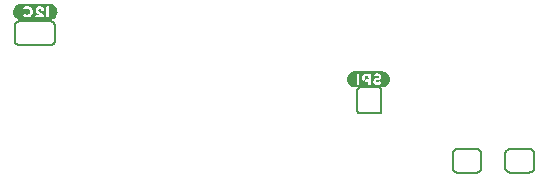
<source format=gbo>
G04 EAGLE Gerber RS-274X export*
G75*
%MOMM*%
%FSLAX34Y34*%
%LPD*%
%INSilkscreen Bottom*%
%IPPOS*%
%AMOC8*
5,1,8,0,0,1.08239X$1,22.5*%
G01*
%ADD10C,0.203200*%
%ADD11C,0.152400*%

G36*
X244005Y214054D02*
X244005Y214054D01*
X244008Y214051D01*
X244608Y214151D01*
X244611Y214155D01*
X244614Y214153D01*
X245314Y214353D01*
X245315Y214354D01*
X245316Y214353D01*
X245916Y214553D01*
X245917Y214556D01*
X245919Y214555D01*
X246619Y214855D01*
X246621Y214857D01*
X246622Y214856D01*
X247222Y215156D01*
X247225Y215163D01*
X247231Y215162D01*
X248231Y215962D01*
X248232Y215966D01*
X248235Y215965D01*
X248735Y216465D01*
X248736Y216472D01*
X248741Y216473D01*
X249141Y217073D01*
X249141Y217077D01*
X249144Y217078D01*
X250044Y218878D01*
X250042Y218889D01*
X250049Y218893D01*
X250149Y219592D01*
X250249Y220192D01*
X250248Y220193D01*
X250249Y220193D01*
X250349Y220893D01*
X250344Y220902D01*
X250349Y220907D01*
X250249Y221607D01*
X250248Y221608D01*
X250249Y221608D01*
X250149Y222208D01*
X250049Y222907D01*
X250041Y222915D01*
X250044Y222922D01*
X249144Y224722D01*
X249140Y224724D01*
X249141Y224727D01*
X248741Y225327D01*
X248734Y225330D01*
X248735Y225335D01*
X248235Y225835D01*
X248231Y225835D01*
X248231Y225838D01*
X247231Y226638D01*
X247223Y226639D01*
X247222Y226644D01*
X246022Y227244D01*
X246015Y227243D01*
X246014Y227247D01*
X244614Y227647D01*
X244610Y227646D01*
X244608Y227649D01*
X244008Y227749D01*
X244003Y227746D01*
X244000Y227749D01*
X219100Y227749D01*
X219096Y227746D01*
X219093Y227749D01*
X218393Y227649D01*
X218392Y227648D01*
X218392Y227649D01*
X217792Y227549D01*
X217786Y227542D01*
X217781Y227545D01*
X217082Y227246D01*
X216484Y227047D01*
X216479Y227039D01*
X216473Y227041D01*
X215874Y226642D01*
X215375Y226342D01*
X215371Y226334D01*
X215365Y226335D01*
X214365Y225335D01*
X214365Y225331D01*
X214362Y225331D01*
X213962Y224831D01*
X213961Y224827D01*
X213959Y224827D01*
X213559Y224227D01*
X213559Y224223D01*
X213556Y224222D01*
X213256Y223622D01*
X213256Y223619D01*
X213255Y223619D01*
X213257Y223617D01*
X213253Y223616D01*
X213053Y223016D01*
X213054Y223014D01*
X213053Y223014D01*
X213029Y222929D01*
X212986Y222781D01*
X212972Y222732D01*
X212930Y222584D01*
X212888Y222437D01*
X212874Y222387D01*
X212853Y222314D01*
X212854Y222310D01*
X212851Y222308D01*
X212751Y221708D01*
X212752Y221707D01*
X212751Y221707D01*
X212651Y221007D01*
X212656Y220998D01*
X212651Y220993D01*
X212851Y219593D01*
X212852Y219592D01*
X212851Y219592D01*
X212951Y218992D01*
X212956Y218988D01*
X212953Y218984D01*
X213153Y218384D01*
X213156Y218383D01*
X213155Y218381D01*
X213455Y217681D01*
X213463Y217676D01*
X213462Y217669D01*
X213860Y217171D01*
X214259Y216573D01*
X214262Y216572D01*
X214262Y216569D01*
X214662Y216069D01*
X214669Y216067D01*
X214669Y216062D01*
X215169Y215662D01*
X215173Y215661D01*
X215173Y215659D01*
X215771Y215260D01*
X216269Y214862D01*
X216279Y214861D01*
X216281Y214855D01*
X216981Y214555D01*
X216984Y214556D01*
X216984Y214553D01*
X217584Y214353D01*
X217586Y214354D01*
X217586Y214353D01*
X218286Y214153D01*
X218296Y214156D01*
X218300Y214151D01*
X218897Y214151D01*
X219593Y214051D01*
X219598Y214054D01*
X219600Y214051D01*
X244000Y214051D01*
X244005Y214054D01*
G37*
G36*
X525392Y156984D02*
X525392Y156984D01*
X525395Y156981D01*
X526095Y157081D01*
X526100Y157086D01*
X526104Y157083D01*
X526703Y157283D01*
X527402Y157483D01*
X527403Y157484D01*
X527404Y157483D01*
X528004Y157683D01*
X528009Y157691D01*
X528015Y157689D01*
X528615Y158089D01*
X528616Y158092D01*
X528619Y158092D01*
X529619Y158892D01*
X529620Y158896D01*
X529623Y158895D01*
X530123Y159395D01*
X530123Y159399D01*
X530126Y159399D01*
X530526Y159899D01*
X530527Y159903D01*
X530529Y159903D01*
X530929Y160503D01*
X530929Y160507D01*
X530932Y160508D01*
X531232Y161108D01*
X531231Y161115D01*
X531235Y161116D01*
X531246Y161154D01*
X531288Y161301D01*
X531302Y161351D01*
X531344Y161498D01*
X531345Y161498D01*
X531344Y161498D01*
X531387Y161646D01*
X531401Y161695D01*
X531435Y161815D01*
X531635Y162414D01*
X531633Y162421D01*
X531637Y162423D01*
X531737Y163123D01*
X531734Y163128D01*
X531737Y163130D01*
X531737Y164430D01*
X531734Y164434D01*
X531737Y164437D01*
X531637Y165137D01*
X531633Y165141D01*
X531635Y165144D01*
X531435Y165844D01*
X531434Y165845D01*
X531435Y165846D01*
X531235Y166446D01*
X531230Y166449D01*
X531232Y166452D01*
X530632Y167652D01*
X530622Y167657D01*
X530623Y167665D01*
X530125Y168163D01*
X529726Y168661D01*
X529722Y168662D01*
X529723Y168665D01*
X529223Y169165D01*
X529216Y169166D01*
X529215Y169171D01*
X528615Y169571D01*
X528611Y169571D01*
X528610Y169574D01*
X527410Y170174D01*
X527405Y170173D01*
X527404Y170177D01*
X526804Y170377D01*
X526802Y170376D01*
X526802Y170377D01*
X526102Y170577D01*
X526097Y170576D01*
X526095Y170579D01*
X525395Y170679D01*
X525390Y170676D01*
X525388Y170679D01*
X524988Y170679D01*
X524958Y170657D01*
X524946Y170655D01*
X524928Y170626D01*
X524928Y170627D01*
X524923Y170664D01*
X524901Y170662D01*
X524888Y170679D01*
X501888Y170679D01*
X501884Y170676D01*
X501881Y170679D01*
X501181Y170579D01*
X501180Y170578D01*
X501180Y170579D01*
X500580Y170479D01*
X500577Y170475D01*
X500574Y170477D01*
X499874Y170277D01*
X499870Y170272D01*
X499866Y170274D01*
X498666Y169674D01*
X498664Y169670D01*
X498661Y169671D01*
X498061Y169271D01*
X498058Y169264D01*
X498053Y169265D01*
X497153Y168365D01*
X497153Y168361D01*
X497150Y168362D01*
X496650Y167762D01*
X496650Y167756D01*
X496646Y167755D01*
X496346Y167255D01*
X496346Y167250D01*
X496343Y167249D01*
X496043Y166551D01*
X495744Y165952D01*
X495745Y165947D01*
X495741Y165946D01*
X495541Y165346D01*
X495543Y165339D01*
X495539Y165337D01*
X495439Y164637D01*
X495442Y164632D01*
X495439Y164630D01*
X495439Y163230D01*
X495442Y163225D01*
X495439Y163222D01*
X495539Y162622D01*
X495543Y162619D01*
X495541Y162616D01*
X495741Y161916D01*
X495742Y161915D01*
X495741Y161914D01*
X495941Y161314D01*
X495946Y161311D01*
X495944Y161308D01*
X496544Y160108D01*
X496548Y160106D01*
X496547Y160103D01*
X496947Y159503D01*
X496954Y159500D01*
X496953Y159495D01*
X497453Y158995D01*
X497457Y158995D01*
X497457Y158992D01*
X498457Y158192D01*
X498461Y158191D01*
X498461Y158189D01*
X499061Y157789D01*
X499065Y157789D01*
X499066Y157786D01*
X499666Y157486D01*
X499671Y157487D01*
X499672Y157483D01*
X500272Y157283D01*
X500274Y157284D01*
X500274Y157283D01*
X500974Y157083D01*
X500984Y157086D01*
X500988Y157081D01*
X501684Y157081D01*
X502280Y156981D01*
X502285Y156984D01*
X502288Y156981D01*
X525388Y156981D01*
X525392Y156984D01*
G37*
%LPC*%
G36*
X232208Y216249D02*
X232208Y216249D01*
X231639Y216439D01*
X231450Y217005D01*
X231548Y217784D01*
X231833Y218259D01*
X232408Y218451D01*
X234800Y218451D01*
X234814Y218462D01*
X234832Y218463D01*
X234831Y218475D01*
X234847Y218487D01*
X234829Y218511D01*
X234827Y218541D01*
X234527Y218741D01*
X234526Y218741D01*
X234525Y218742D01*
X234026Y219042D01*
X233430Y219439D01*
X232835Y219935D01*
X232442Y220427D01*
X232146Y221019D01*
X231948Y221611D01*
X231850Y222300D01*
X231948Y222989D01*
X232146Y223581D01*
X232443Y224175D01*
X232837Y224766D01*
X233329Y225160D01*
X233922Y225555D01*
X234508Y225751D01*
X235893Y225751D01*
X236585Y225553D01*
X237176Y225356D01*
X237663Y224966D01*
X238059Y224373D01*
X238455Y223778D01*
X238652Y223188D01*
X238751Y222596D01*
X238751Y221812D01*
X238566Y221441D01*
X237893Y221249D01*
X237020Y221249D01*
X236646Y221623D01*
X236549Y222307D01*
X236548Y222308D01*
X236549Y222308D01*
X236449Y222908D01*
X236433Y222923D01*
X236435Y222935D01*
X235935Y223435D01*
X235913Y223438D01*
X235907Y223449D01*
X235207Y223549D01*
X235193Y223541D01*
X235184Y223547D01*
X234584Y223347D01*
X234573Y223330D01*
X234562Y223331D01*
X234162Y222831D01*
X234161Y222808D01*
X234151Y222800D01*
X234151Y222200D01*
X234160Y222187D01*
X234156Y222178D01*
X234456Y221578D01*
X234463Y221575D01*
X234462Y221569D01*
X234862Y221069D01*
X234869Y221067D01*
X234868Y221062D01*
X235468Y220562D01*
X235474Y220562D01*
X235475Y220558D01*
X235975Y220258D01*
X235975Y220257D01*
X237174Y219558D01*
X237766Y219163D01*
X238160Y218671D01*
X238555Y218078D01*
X238749Y217496D01*
X238653Y216918D01*
X238271Y216346D01*
X237597Y216249D01*
X232208Y216249D01*
G37*
%LPD*%
%LPC*%
G36*
X520495Y159179D02*
X520495Y159179D01*
X519803Y159377D01*
X519212Y159574D01*
X518721Y159967D01*
X518229Y160459D01*
X517934Y161048D01*
X517737Y161737D01*
X517737Y162427D01*
X517836Y163115D01*
X518130Y163703D01*
X518521Y164192D01*
X519010Y164486D01*
X519705Y164784D01*
X520399Y164982D01*
X520996Y165081D01*
X521000Y165086D01*
X521004Y165083D01*
X521604Y165283D01*
X521613Y165297D01*
X521623Y165295D01*
X522123Y165795D01*
X522127Y165822D01*
X522137Y165830D01*
X522137Y166430D01*
X522112Y166463D01*
X522110Y166474D01*
X521510Y166774D01*
X521494Y166771D01*
X521488Y166779D01*
X520788Y166779D01*
X520773Y166768D01*
X520763Y166772D01*
X520266Y166474D01*
X519578Y166179D01*
X519111Y166179D01*
X518627Y166760D01*
X518246Y167331D01*
X518527Y167800D01*
X519017Y168289D01*
X519607Y168584D01*
X520199Y168782D01*
X520891Y168881D01*
X521681Y168881D01*
X522373Y168683D01*
X522967Y168485D01*
X523463Y168188D01*
X523465Y168188D01*
X523446Y168155D01*
X523452Y168096D01*
X523453Y168096D01*
X523453Y168095D01*
X523949Y167600D01*
X524241Y167113D01*
X524339Y166423D01*
X524438Y165735D01*
X524242Y165148D01*
X523945Y164456D01*
X523556Y163969D01*
X522966Y163674D01*
X522370Y163376D01*
X521677Y163178D01*
X521080Y163079D01*
X521077Y163075D01*
X521074Y163077D01*
X520374Y162877D01*
X520362Y162860D01*
X520350Y162861D01*
X519950Y162361D01*
X519949Y162332D01*
X519939Y162322D01*
X520039Y161722D01*
X520058Y161705D01*
X520057Y161692D01*
X520557Y161292D01*
X520576Y161291D01*
X520581Y161281D01*
X521281Y161181D01*
X521297Y161190D01*
X521307Y161185D01*
X522007Y161485D01*
X522014Y161496D01*
X522023Y161495D01*
X522519Y161992D01*
X523103Y162381D01*
X523670Y162381D01*
X524250Y161897D01*
X524536Y161420D01*
X524442Y160854D01*
X523657Y160068D01*
X523063Y159673D01*
X522469Y159376D01*
X521880Y159179D01*
X520495Y159179D01*
G37*
%LPD*%
%LPC*%
G36*
X223903Y216249D02*
X223903Y216249D01*
X223213Y216348D01*
X222522Y216644D01*
X222028Y216940D01*
X221542Y217329D01*
X221353Y217898D01*
X221642Y218572D01*
X222124Y219055D01*
X222590Y219148D01*
X223173Y218759D01*
X223180Y218760D01*
X223182Y218754D01*
X223682Y218554D01*
X223689Y218556D01*
X223692Y218551D01*
X224292Y218451D01*
X224297Y218454D01*
X224300Y218451D01*
X225000Y218451D01*
X225009Y218458D01*
X225016Y218453D01*
X225616Y218653D01*
X225621Y218661D01*
X225627Y218659D01*
X226227Y219059D01*
X226230Y219066D01*
X226235Y219065D01*
X226735Y219565D01*
X226736Y219577D01*
X226744Y219578D01*
X227044Y220178D01*
X227042Y220189D01*
X227049Y220192D01*
X227149Y220792D01*
X227146Y220797D01*
X227149Y220800D01*
X227149Y221600D01*
X227142Y221609D01*
X227147Y221616D01*
X226947Y222216D01*
X226939Y222221D01*
X226941Y222227D01*
X226541Y222827D01*
X226531Y222831D01*
X226531Y222838D01*
X226031Y223238D01*
X226021Y223239D01*
X226019Y223245D01*
X225319Y223545D01*
X225311Y223543D01*
X225308Y223549D01*
X224708Y223649D01*
X224703Y223646D01*
X224700Y223649D01*
X224000Y223649D01*
X223991Y223642D01*
X223984Y223647D01*
X223384Y223447D01*
X223380Y223441D01*
X223376Y223443D01*
X222682Y223046D01*
X222309Y222953D01*
X221736Y223336D01*
X221349Y223915D01*
X221349Y224483D01*
X221734Y224963D01*
X222322Y225355D01*
X222915Y225553D01*
X223610Y225752D01*
X224303Y225851D01*
X224897Y225851D01*
X225589Y225752D01*
X226182Y225554D01*
X226879Y225255D01*
X227471Y224959D01*
X228362Y224069D01*
X228757Y223475D01*
X229054Y222882D01*
X229252Y222189D01*
X229351Y221596D01*
X229351Y220903D01*
X229251Y220207D01*
X229152Y219515D01*
X228856Y218922D01*
X228558Y218327D01*
X228163Y217833D01*
X227669Y217338D01*
X227075Y216943D01*
X226481Y216646D01*
X225885Y216447D01*
X225193Y216249D01*
X223903Y216249D01*
G37*
%LPD*%
%LPC*%
G36*
X509613Y162373D02*
X509613Y162373D01*
X509024Y162766D01*
X508631Y163355D01*
X508334Y163949D01*
X508137Y164538D01*
X508137Y165920D01*
X508433Y166609D01*
X508727Y167198D01*
X509219Y167592D01*
X509220Y167592D01*
X509815Y168088D01*
X510407Y168384D01*
X510996Y168581D01*
X514385Y168581D01*
X515058Y168485D01*
X515341Y168013D01*
X515439Y167426D01*
X515439Y163845D01*
X513237Y164467D01*
X513237Y165830D01*
X513229Y165841D01*
X513234Y165848D01*
X513034Y166348D01*
X512993Y166373D01*
X512988Y166379D01*
X511688Y166379D01*
X511684Y166376D01*
X511681Y166379D01*
X510981Y166279D01*
X510966Y166263D01*
X510953Y166265D01*
X510453Y165765D01*
X510450Y165744D01*
X510439Y165738D01*
X510339Y165138D01*
X510347Y165124D01*
X510341Y165116D01*
X510541Y164416D01*
X510558Y164404D01*
X510557Y164392D01*
X511027Y164015D01*
X510164Y162097D01*
X509613Y162373D01*
G37*
%LPD*%
%LPC*%
G36*
X241216Y216249D02*
X241216Y216249D01*
X240842Y216530D01*
X240647Y217116D01*
X240616Y217137D01*
X240611Y217148D01*
X240593Y217152D01*
X240596Y217154D01*
X240600Y217154D01*
X240609Y217161D01*
X240645Y217179D01*
X240642Y217185D01*
X240647Y217189D01*
X240643Y217195D01*
X240649Y217200D01*
X240649Y224597D01*
X240745Y225270D01*
X241216Y225552D01*
X241996Y225650D01*
X242663Y225459D01*
X242851Y224991D01*
X242851Y216909D01*
X242663Y216440D01*
X242092Y216249D01*
X241216Y216249D01*
G37*
%LPD*%
%LPC*%
G36*
X504596Y159179D02*
X504596Y159179D01*
X504025Y159370D01*
X503836Y159843D01*
X503737Y160533D01*
X503737Y167327D01*
X503835Y168011D01*
X504118Y168387D01*
X504792Y168580D01*
X505565Y168483D01*
X505939Y168110D01*
X505939Y166930D01*
X505965Y166896D01*
X505967Y166886D01*
X505995Y166872D01*
X505994Y166872D01*
X505950Y166861D01*
X505954Y166842D01*
X505939Y166830D01*
X505939Y160034D01*
X505843Y159458D01*
X505472Y159179D01*
X504596Y159179D01*
G37*
%LPD*%
%LPC*%
G36*
X513802Y159179D02*
X513802Y159179D01*
X513333Y159461D01*
X513237Y160034D01*
X513237Y161430D01*
X513218Y161456D01*
X513218Y161469D01*
X512818Y161769D01*
X512796Y161769D01*
X512788Y161779D01*
X511491Y161779D01*
X510799Y161878D01*
X510255Y162059D01*
X511120Y163981D01*
X512888Y163981D01*
X512914Y164000D01*
X512927Y164000D01*
X513207Y164373D01*
X515439Y163743D01*
X515439Y160633D01*
X515339Y159938D01*
X515244Y159367D01*
X514680Y159179D01*
X513802Y159179D01*
G37*
%LPD*%
D10*
X218440Y192786D02*
X243840Y192786D01*
X218440Y213106D02*
X218307Y213104D01*
X218174Y213098D01*
X218042Y213089D01*
X217909Y213075D01*
X217777Y213058D01*
X217646Y213037D01*
X217515Y213012D01*
X217386Y212983D01*
X217257Y212950D01*
X217129Y212914D01*
X217002Y212874D01*
X216876Y212830D01*
X216752Y212783D01*
X216629Y212732D01*
X216508Y212678D01*
X216388Y212620D01*
X216270Y212558D01*
X216154Y212493D01*
X216040Y212425D01*
X215928Y212354D01*
X215818Y212279D01*
X215710Y212201D01*
X215604Y212120D01*
X215501Y212036D01*
X215401Y211949D01*
X215303Y211860D01*
X215207Y211767D01*
X215114Y211671D01*
X215025Y211573D01*
X214938Y211473D01*
X214854Y211370D01*
X214773Y211264D01*
X214695Y211156D01*
X214620Y211046D01*
X214549Y210934D01*
X214481Y210820D01*
X214416Y210704D01*
X214354Y210586D01*
X214296Y210466D01*
X214242Y210345D01*
X214191Y210222D01*
X214144Y210098D01*
X214100Y209972D01*
X214060Y209845D01*
X214024Y209717D01*
X213991Y209588D01*
X213962Y209459D01*
X213937Y209328D01*
X213916Y209197D01*
X213899Y209065D01*
X213885Y208932D01*
X213876Y208800D01*
X213870Y208667D01*
X213868Y208534D01*
X243840Y213106D02*
X243973Y213104D01*
X244106Y213098D01*
X244238Y213089D01*
X244371Y213075D01*
X244503Y213058D01*
X244634Y213037D01*
X244765Y213012D01*
X244894Y212983D01*
X245023Y212950D01*
X245151Y212914D01*
X245278Y212874D01*
X245404Y212830D01*
X245528Y212783D01*
X245651Y212732D01*
X245772Y212678D01*
X245892Y212620D01*
X246010Y212558D01*
X246126Y212493D01*
X246240Y212425D01*
X246352Y212354D01*
X246462Y212279D01*
X246570Y212201D01*
X246676Y212120D01*
X246779Y212036D01*
X246879Y211949D01*
X246977Y211860D01*
X247073Y211767D01*
X247166Y211671D01*
X247255Y211573D01*
X247342Y211473D01*
X247426Y211370D01*
X247507Y211264D01*
X247585Y211156D01*
X247660Y211046D01*
X247731Y210934D01*
X247799Y210820D01*
X247864Y210704D01*
X247926Y210586D01*
X247984Y210466D01*
X248038Y210345D01*
X248089Y210222D01*
X248136Y210098D01*
X248180Y209972D01*
X248220Y209845D01*
X248256Y209717D01*
X248289Y209588D01*
X248318Y209459D01*
X248343Y209328D01*
X248364Y209197D01*
X248381Y209065D01*
X248395Y208932D01*
X248404Y208800D01*
X248410Y208667D01*
X248412Y208534D01*
X248412Y197358D02*
X248410Y197225D01*
X248404Y197092D01*
X248395Y196960D01*
X248381Y196827D01*
X248364Y196695D01*
X248343Y196564D01*
X248318Y196433D01*
X248289Y196304D01*
X248256Y196175D01*
X248220Y196047D01*
X248180Y195920D01*
X248136Y195794D01*
X248089Y195670D01*
X248038Y195547D01*
X247984Y195426D01*
X247926Y195306D01*
X247864Y195188D01*
X247799Y195072D01*
X247731Y194958D01*
X247660Y194846D01*
X247585Y194736D01*
X247507Y194628D01*
X247426Y194522D01*
X247342Y194419D01*
X247255Y194319D01*
X247166Y194221D01*
X247073Y194125D01*
X246977Y194032D01*
X246879Y193943D01*
X246779Y193856D01*
X246676Y193772D01*
X246570Y193691D01*
X246462Y193613D01*
X246352Y193538D01*
X246240Y193467D01*
X246126Y193399D01*
X246010Y193334D01*
X245892Y193272D01*
X245772Y193214D01*
X245651Y193160D01*
X245528Y193109D01*
X245404Y193062D01*
X245278Y193018D01*
X245151Y192978D01*
X245023Y192942D01*
X244894Y192909D01*
X244765Y192880D01*
X244634Y192855D01*
X244503Y192834D01*
X244371Y192817D01*
X244238Y192803D01*
X244106Y192794D01*
X243973Y192788D01*
X243840Y192786D01*
X218440Y192786D02*
X218307Y192788D01*
X218174Y192794D01*
X218042Y192803D01*
X217909Y192817D01*
X217777Y192834D01*
X217646Y192855D01*
X217515Y192880D01*
X217386Y192909D01*
X217257Y192942D01*
X217129Y192978D01*
X217002Y193018D01*
X216876Y193062D01*
X216752Y193109D01*
X216629Y193160D01*
X216508Y193214D01*
X216388Y193272D01*
X216270Y193334D01*
X216154Y193399D01*
X216040Y193467D01*
X215928Y193538D01*
X215818Y193613D01*
X215710Y193691D01*
X215604Y193772D01*
X215501Y193856D01*
X215401Y193943D01*
X215303Y194032D01*
X215207Y194125D01*
X215114Y194221D01*
X215025Y194319D01*
X214938Y194419D01*
X214854Y194522D01*
X214773Y194628D01*
X214695Y194736D01*
X214620Y194846D01*
X214549Y194958D01*
X214481Y195072D01*
X214416Y195188D01*
X214354Y195306D01*
X214296Y195426D01*
X214242Y195547D01*
X214191Y195670D01*
X214144Y195794D01*
X214100Y195920D01*
X214060Y196047D01*
X214024Y196175D01*
X213991Y196304D01*
X213962Y196433D01*
X213937Y196564D01*
X213916Y196695D01*
X213899Y196827D01*
X213885Y196960D01*
X213876Y197092D01*
X213870Y197225D01*
X213868Y197358D01*
X213868Y208534D01*
X248412Y208534D02*
X248412Y197358D01*
X243840Y213106D02*
X218440Y213106D01*
X633984Y84836D02*
X649224Y84836D01*
X629412Y100584D02*
X629414Y100717D01*
X629420Y100850D01*
X629429Y100982D01*
X629443Y101115D01*
X629460Y101247D01*
X629481Y101378D01*
X629506Y101509D01*
X629535Y101638D01*
X629568Y101767D01*
X629604Y101895D01*
X629644Y102022D01*
X629688Y102148D01*
X629735Y102272D01*
X629786Y102395D01*
X629840Y102516D01*
X629898Y102636D01*
X629960Y102754D01*
X630025Y102870D01*
X630093Y102984D01*
X630164Y103096D01*
X630239Y103206D01*
X630317Y103314D01*
X630398Y103420D01*
X630482Y103523D01*
X630569Y103623D01*
X630658Y103721D01*
X630751Y103817D01*
X630847Y103910D01*
X630945Y103999D01*
X631045Y104086D01*
X631148Y104170D01*
X631254Y104251D01*
X631362Y104329D01*
X631472Y104404D01*
X631584Y104475D01*
X631698Y104543D01*
X631814Y104608D01*
X631932Y104670D01*
X632052Y104728D01*
X632173Y104782D01*
X632296Y104833D01*
X632420Y104880D01*
X632546Y104924D01*
X632673Y104964D01*
X632801Y105000D01*
X632930Y105033D01*
X633059Y105062D01*
X633190Y105087D01*
X633321Y105108D01*
X633453Y105125D01*
X633586Y105139D01*
X633718Y105148D01*
X633851Y105154D01*
X633984Y105156D01*
X649224Y105156D02*
X649357Y105154D01*
X649490Y105148D01*
X649622Y105139D01*
X649755Y105125D01*
X649887Y105108D01*
X650018Y105087D01*
X650149Y105062D01*
X650278Y105033D01*
X650407Y105000D01*
X650535Y104964D01*
X650662Y104924D01*
X650788Y104880D01*
X650912Y104833D01*
X651035Y104782D01*
X651156Y104728D01*
X651276Y104670D01*
X651394Y104608D01*
X651510Y104543D01*
X651624Y104475D01*
X651736Y104404D01*
X651846Y104329D01*
X651954Y104251D01*
X652060Y104170D01*
X652163Y104086D01*
X652263Y103999D01*
X652361Y103910D01*
X652457Y103817D01*
X652550Y103721D01*
X652639Y103623D01*
X652726Y103523D01*
X652810Y103420D01*
X652891Y103314D01*
X652969Y103206D01*
X653044Y103096D01*
X653115Y102984D01*
X653183Y102870D01*
X653248Y102754D01*
X653310Y102636D01*
X653368Y102516D01*
X653422Y102395D01*
X653473Y102272D01*
X653520Y102148D01*
X653564Y102022D01*
X653604Y101895D01*
X653640Y101767D01*
X653673Y101638D01*
X653702Y101509D01*
X653727Y101378D01*
X653748Y101247D01*
X653765Y101115D01*
X653779Y100982D01*
X653788Y100850D01*
X653794Y100717D01*
X653796Y100584D01*
X653796Y89408D02*
X653794Y89275D01*
X653788Y89142D01*
X653779Y89010D01*
X653765Y88877D01*
X653748Y88745D01*
X653727Y88614D01*
X653702Y88483D01*
X653673Y88354D01*
X653640Y88225D01*
X653604Y88097D01*
X653564Y87970D01*
X653520Y87844D01*
X653473Y87720D01*
X653422Y87597D01*
X653368Y87476D01*
X653310Y87356D01*
X653248Y87238D01*
X653183Y87122D01*
X653115Y87008D01*
X653044Y86896D01*
X652969Y86786D01*
X652891Y86678D01*
X652810Y86572D01*
X652726Y86469D01*
X652639Y86369D01*
X652550Y86271D01*
X652457Y86175D01*
X652361Y86082D01*
X652263Y85993D01*
X652163Y85906D01*
X652060Y85822D01*
X651954Y85741D01*
X651846Y85663D01*
X651736Y85588D01*
X651624Y85517D01*
X651510Y85449D01*
X651394Y85384D01*
X651276Y85322D01*
X651156Y85264D01*
X651035Y85210D01*
X650912Y85159D01*
X650788Y85112D01*
X650662Y85068D01*
X650535Y85028D01*
X650407Y84992D01*
X650278Y84959D01*
X650149Y84930D01*
X650018Y84905D01*
X649887Y84884D01*
X649755Y84867D01*
X649622Y84853D01*
X649490Y84844D01*
X649357Y84838D01*
X649224Y84836D01*
X633984Y84836D02*
X633851Y84838D01*
X633718Y84844D01*
X633586Y84853D01*
X633453Y84867D01*
X633321Y84884D01*
X633190Y84905D01*
X633059Y84930D01*
X632930Y84959D01*
X632801Y84992D01*
X632673Y85028D01*
X632546Y85068D01*
X632420Y85112D01*
X632296Y85159D01*
X632173Y85210D01*
X632052Y85264D01*
X631932Y85322D01*
X631814Y85384D01*
X631698Y85449D01*
X631584Y85517D01*
X631472Y85588D01*
X631362Y85663D01*
X631254Y85741D01*
X631148Y85822D01*
X631045Y85906D01*
X630945Y85993D01*
X630847Y86082D01*
X630751Y86175D01*
X630658Y86271D01*
X630569Y86369D01*
X630482Y86469D01*
X630398Y86572D01*
X630317Y86678D01*
X630239Y86786D01*
X630164Y86896D01*
X630093Y87008D01*
X630025Y87122D01*
X629960Y87238D01*
X629898Y87356D01*
X629840Y87476D01*
X629786Y87597D01*
X629735Y87720D01*
X629688Y87844D01*
X629644Y87970D01*
X629604Y88097D01*
X629568Y88225D01*
X629535Y88354D01*
X629506Y88483D01*
X629481Y88614D01*
X629460Y88745D01*
X629443Y88877D01*
X629429Y89010D01*
X629420Y89142D01*
X629414Y89275D01*
X629412Y89408D01*
X629412Y100584D01*
X653796Y100584D02*
X653796Y89408D01*
X649224Y105156D02*
X633984Y105156D01*
D11*
X504190Y137414D02*
X504190Y154686D01*
X521970Y157226D02*
X522070Y157224D01*
X522169Y157218D01*
X522269Y157208D01*
X522367Y157195D01*
X522466Y157177D01*
X522563Y157156D01*
X522659Y157131D01*
X522755Y157102D01*
X522849Y157069D01*
X522942Y157033D01*
X523033Y156993D01*
X523123Y156949D01*
X523211Y156902D01*
X523297Y156852D01*
X523381Y156798D01*
X523463Y156741D01*
X523542Y156681D01*
X523620Y156617D01*
X523694Y156551D01*
X523766Y156482D01*
X523835Y156410D01*
X523901Y156336D01*
X523965Y156258D01*
X524025Y156179D01*
X524082Y156097D01*
X524136Y156013D01*
X524186Y155927D01*
X524233Y155839D01*
X524277Y155749D01*
X524317Y155658D01*
X524353Y155565D01*
X524386Y155471D01*
X524415Y155375D01*
X524440Y155279D01*
X524461Y155182D01*
X524479Y155083D01*
X524492Y154985D01*
X524502Y154885D01*
X524508Y154786D01*
X524510Y154686D01*
X524510Y137414D02*
X524508Y137314D01*
X524502Y137215D01*
X524492Y137115D01*
X524479Y137017D01*
X524461Y136918D01*
X524440Y136821D01*
X524415Y136725D01*
X524386Y136629D01*
X524353Y136535D01*
X524317Y136442D01*
X524277Y136351D01*
X524233Y136261D01*
X524186Y136173D01*
X524136Y136087D01*
X524082Y136003D01*
X524025Y135921D01*
X523965Y135842D01*
X523901Y135764D01*
X523835Y135690D01*
X523766Y135618D01*
X523694Y135549D01*
X523620Y135483D01*
X523542Y135419D01*
X523463Y135359D01*
X523381Y135302D01*
X523297Y135248D01*
X523211Y135198D01*
X523123Y135151D01*
X523033Y135107D01*
X522942Y135067D01*
X522849Y135031D01*
X522755Y134998D01*
X522659Y134969D01*
X522563Y134944D01*
X522466Y134923D01*
X522367Y134905D01*
X522269Y134892D01*
X522169Y134882D01*
X522070Y134876D01*
X521970Y134874D01*
X506730Y134874D02*
X506630Y134876D01*
X506531Y134882D01*
X506431Y134892D01*
X506333Y134905D01*
X506234Y134923D01*
X506137Y134944D01*
X506041Y134969D01*
X505945Y134998D01*
X505851Y135031D01*
X505758Y135067D01*
X505667Y135107D01*
X505577Y135151D01*
X505489Y135198D01*
X505403Y135248D01*
X505319Y135302D01*
X505237Y135359D01*
X505158Y135419D01*
X505080Y135483D01*
X505006Y135549D01*
X504934Y135618D01*
X504865Y135690D01*
X504799Y135764D01*
X504735Y135842D01*
X504675Y135921D01*
X504618Y136003D01*
X504564Y136087D01*
X504514Y136173D01*
X504467Y136261D01*
X504423Y136351D01*
X504383Y136442D01*
X504347Y136535D01*
X504314Y136629D01*
X504285Y136725D01*
X504260Y136821D01*
X504239Y136918D01*
X504221Y137017D01*
X504208Y137115D01*
X504198Y137215D01*
X504192Y137314D01*
X504190Y137414D01*
X504190Y154686D02*
X504192Y154786D01*
X504198Y154885D01*
X504208Y154985D01*
X504221Y155083D01*
X504239Y155182D01*
X504260Y155279D01*
X504285Y155375D01*
X504314Y155471D01*
X504347Y155565D01*
X504383Y155658D01*
X504423Y155749D01*
X504467Y155839D01*
X504514Y155927D01*
X504564Y156013D01*
X504618Y156097D01*
X504675Y156179D01*
X504735Y156258D01*
X504799Y156336D01*
X504865Y156410D01*
X504934Y156482D01*
X505006Y156551D01*
X505080Y156617D01*
X505158Y156681D01*
X505237Y156741D01*
X505319Y156798D01*
X505403Y156852D01*
X505489Y156902D01*
X505577Y156949D01*
X505667Y156993D01*
X505758Y157033D01*
X505851Y157069D01*
X505945Y157102D01*
X506041Y157131D01*
X506137Y157156D01*
X506234Y157177D01*
X506333Y157195D01*
X506431Y157208D01*
X506531Y157218D01*
X506630Y157224D01*
X506730Y157226D01*
X521970Y157226D01*
X521970Y134874D02*
X506730Y134874D01*
X524510Y137414D02*
X524510Y154686D01*
D10*
X589280Y84836D02*
X604520Y84836D01*
X584708Y100584D02*
X584710Y100717D01*
X584716Y100850D01*
X584725Y100982D01*
X584739Y101115D01*
X584756Y101247D01*
X584777Y101378D01*
X584802Y101509D01*
X584831Y101638D01*
X584864Y101767D01*
X584900Y101895D01*
X584940Y102022D01*
X584984Y102148D01*
X585031Y102272D01*
X585082Y102395D01*
X585136Y102516D01*
X585194Y102636D01*
X585256Y102754D01*
X585321Y102870D01*
X585389Y102984D01*
X585460Y103096D01*
X585535Y103206D01*
X585613Y103314D01*
X585694Y103420D01*
X585778Y103523D01*
X585865Y103623D01*
X585954Y103721D01*
X586047Y103817D01*
X586143Y103910D01*
X586241Y103999D01*
X586341Y104086D01*
X586444Y104170D01*
X586550Y104251D01*
X586658Y104329D01*
X586768Y104404D01*
X586880Y104475D01*
X586994Y104543D01*
X587110Y104608D01*
X587228Y104670D01*
X587348Y104728D01*
X587469Y104782D01*
X587592Y104833D01*
X587716Y104880D01*
X587842Y104924D01*
X587969Y104964D01*
X588097Y105000D01*
X588226Y105033D01*
X588355Y105062D01*
X588486Y105087D01*
X588617Y105108D01*
X588749Y105125D01*
X588882Y105139D01*
X589014Y105148D01*
X589147Y105154D01*
X589280Y105156D01*
X604520Y105156D02*
X604653Y105154D01*
X604786Y105148D01*
X604918Y105139D01*
X605051Y105125D01*
X605183Y105108D01*
X605314Y105087D01*
X605445Y105062D01*
X605574Y105033D01*
X605703Y105000D01*
X605831Y104964D01*
X605958Y104924D01*
X606084Y104880D01*
X606208Y104833D01*
X606331Y104782D01*
X606452Y104728D01*
X606572Y104670D01*
X606690Y104608D01*
X606806Y104543D01*
X606920Y104475D01*
X607032Y104404D01*
X607142Y104329D01*
X607250Y104251D01*
X607356Y104170D01*
X607459Y104086D01*
X607559Y103999D01*
X607657Y103910D01*
X607753Y103817D01*
X607846Y103721D01*
X607935Y103623D01*
X608022Y103523D01*
X608106Y103420D01*
X608187Y103314D01*
X608265Y103206D01*
X608340Y103096D01*
X608411Y102984D01*
X608479Y102870D01*
X608544Y102754D01*
X608606Y102636D01*
X608664Y102516D01*
X608718Y102395D01*
X608769Y102272D01*
X608816Y102148D01*
X608860Y102022D01*
X608900Y101895D01*
X608936Y101767D01*
X608969Y101638D01*
X608998Y101509D01*
X609023Y101378D01*
X609044Y101247D01*
X609061Y101115D01*
X609075Y100982D01*
X609084Y100850D01*
X609090Y100717D01*
X609092Y100584D01*
X609092Y89408D02*
X609090Y89275D01*
X609084Y89142D01*
X609075Y89010D01*
X609061Y88877D01*
X609044Y88745D01*
X609023Y88614D01*
X608998Y88483D01*
X608969Y88354D01*
X608936Y88225D01*
X608900Y88097D01*
X608860Y87970D01*
X608816Y87844D01*
X608769Y87720D01*
X608718Y87597D01*
X608664Y87476D01*
X608606Y87356D01*
X608544Y87238D01*
X608479Y87122D01*
X608411Y87008D01*
X608340Y86896D01*
X608265Y86786D01*
X608187Y86678D01*
X608106Y86572D01*
X608022Y86469D01*
X607935Y86369D01*
X607846Y86271D01*
X607753Y86175D01*
X607657Y86082D01*
X607559Y85993D01*
X607459Y85906D01*
X607356Y85822D01*
X607250Y85741D01*
X607142Y85663D01*
X607032Y85588D01*
X606920Y85517D01*
X606806Y85449D01*
X606690Y85384D01*
X606572Y85322D01*
X606452Y85264D01*
X606331Y85210D01*
X606208Y85159D01*
X606084Y85112D01*
X605958Y85068D01*
X605831Y85028D01*
X605703Y84992D01*
X605574Y84959D01*
X605445Y84930D01*
X605314Y84905D01*
X605183Y84884D01*
X605051Y84867D01*
X604918Y84853D01*
X604786Y84844D01*
X604653Y84838D01*
X604520Y84836D01*
X589280Y84836D02*
X589147Y84838D01*
X589014Y84844D01*
X588882Y84853D01*
X588749Y84867D01*
X588617Y84884D01*
X588486Y84905D01*
X588355Y84930D01*
X588226Y84959D01*
X588097Y84992D01*
X587969Y85028D01*
X587842Y85068D01*
X587716Y85112D01*
X587592Y85159D01*
X587469Y85210D01*
X587348Y85264D01*
X587228Y85322D01*
X587110Y85384D01*
X586994Y85449D01*
X586880Y85517D01*
X586768Y85588D01*
X586658Y85663D01*
X586550Y85741D01*
X586444Y85822D01*
X586341Y85906D01*
X586241Y85993D01*
X586143Y86082D01*
X586047Y86175D01*
X585954Y86271D01*
X585865Y86369D01*
X585778Y86469D01*
X585694Y86572D01*
X585613Y86678D01*
X585535Y86786D01*
X585460Y86896D01*
X585389Y87008D01*
X585321Y87122D01*
X585256Y87238D01*
X585194Y87356D01*
X585136Y87476D01*
X585082Y87597D01*
X585031Y87720D01*
X584984Y87844D01*
X584940Y87970D01*
X584900Y88097D01*
X584864Y88225D01*
X584831Y88354D01*
X584802Y88483D01*
X584777Y88614D01*
X584756Y88745D01*
X584739Y88877D01*
X584725Y89010D01*
X584716Y89142D01*
X584710Y89275D01*
X584708Y89408D01*
X584708Y100584D01*
X609092Y100584D02*
X609092Y89408D01*
X604520Y105156D02*
X589280Y105156D01*
M02*

</source>
